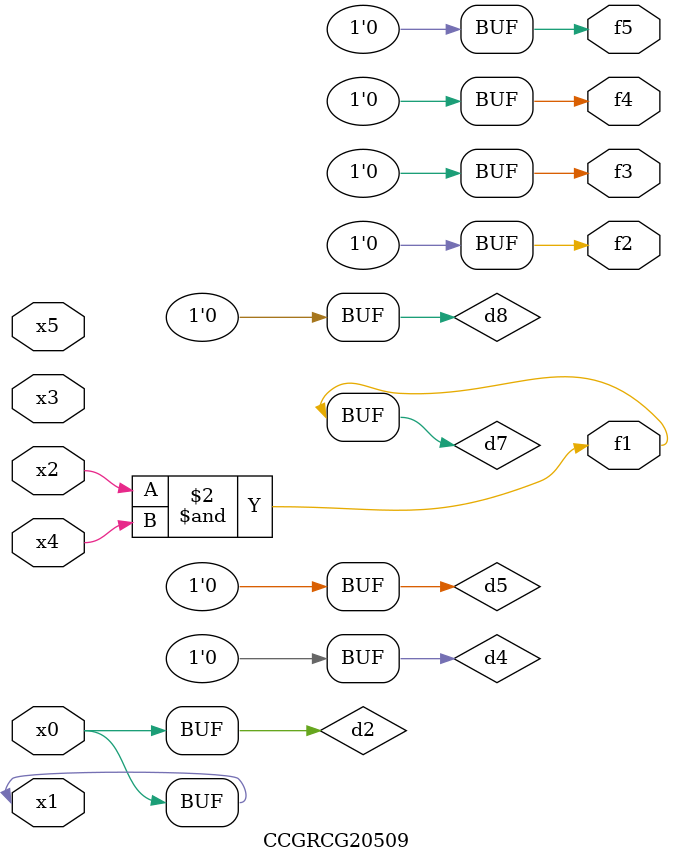
<source format=v>
module CCGRCG20509(
	input x0, x1, x2, x3, x4, x5,
	output f1, f2, f3, f4, f5
);

	wire d1, d2, d3, d4, d5, d6, d7, d8, d9;

	nand (d1, x1);
	buf (d2, x0, x1);
	nand (d3, x2, x4);
	and (d4, d1, d2);
	and (d5, d1, d2);
	nand (d6, d1, d3);
	not (d7, d3);
	xor (d8, d5);
	nor (d9, d5, d6);
	assign f1 = d7;
	assign f2 = d8;
	assign f3 = d8;
	assign f4 = d8;
	assign f5 = d8;
endmodule

</source>
